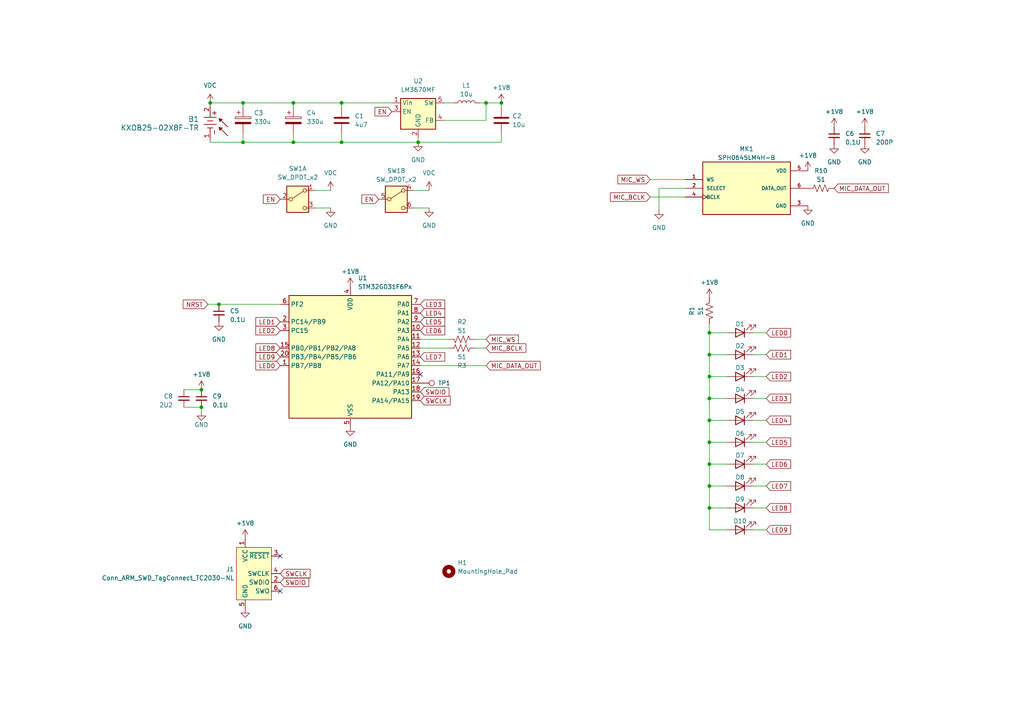
<source format=kicad_sch>
(kicad_sch (version 20230121) (generator eeschema)
  (paper "A4")
  (title_block (title "NoiseCard") (date "2024-06-01") (company "bitgloo") (comment 1 "Drawn by Clyne Sullivan") (comment 2 "Released under the CERN Open Hardware License Version 2 - Strongly Reciprocal"))
  (lib_symbols
    (symbol "Connector:Conn_ARM_SWD_TagConnect_TC2030-NL" (in_bom no)
      (property "Reference" "J" (at 2.54 11.43 0))
      (property "Value" "Conn_ARM_SWD_TagConnect_TC2030-NL" (at 2.54 8.89 0))
      (symbol "Conn_ARM_SWD_TagConnect_TC2030-NL_0_0"
        (pin power_in line (at -2.54 10.16 270) (length 2.54) (name "VCC") (number "1"))
        (pin bidirectional line (at 7.62 -2.54 180) (length 2.54) (name "SWDIO") (number "2"))
        (pin open_collector line (at 7.62 5.08 180) (length 2.54) (name "~{RESET}") (number "3"))
        (pin output line (at 7.62 0 180) (length 2.54) (name "SWCLK") (number "4"))
        (pin power_in line (at -2.54 -10.16 90) (length 2.54) (name "GND") (number "5"))
        (pin input line (at 7.62 -5.08 180) (length 2.54) (name "SWO") (number "6"))
      )
      (symbol "Conn_ARM_SWD_TagConnect_TC2030-NL_0_1"
        (rectangle (start -5.08 7.62) (end 5.08 -7.62) (fill (type background)))
      )
    )
    (symbol "Connector:TestPoint" (pin_numbers hide) (pin_names (offset 0.762) hide)
      (property "Reference" "TP" (at 0 6.858 0))
      (property "Value" "TestPoint" (at 0 5.08 0))
      (symbol "TestPoint_0_1"
        (circle (center 0 3.302) (radius 0.762))
      )
      (symbol "TestPoint_1_1"
        (pin passive line (at 0 0 90) (length 2.54) (name "1") (number "1"))
      )
    )
    (symbol "Device:C" (pin_numbers hide) (pin_names (offset 0.254))
      (property "Reference" "C" (at 0.635 2.54 0))
      (property "Value" "C" (at 0.635 -2.54 0))
      (symbol "C_0_1"
        (polyline (pts (xy -2.032 -0.762) (xy 2.032 -0.762)) (stroke (width 0.508)))
        (polyline (pts (xy -2.032 0.762) (xy 2.032 0.762)) (stroke (width 0.508)))
      )
      (symbol "C_1_1"
        (pin passive line (at 0 3.81 270) (length 2.794) (name "~") (number "1"))
        (pin passive line (at 0 -3.81 90) (length 2.794) (name "~") (number "2"))
      )
    )
    (symbol "Device:C_Polarized" (pin_numbers hide) (pin_names (offset 0.254))
      (property "Reference" "C" (at 0.635 2.54 0))
      (property "Value" "C_Polarized" (at 0.635 -2.54 0))
      (symbol "C_Polarized_0_1"
        (rectangle (start -2.286 0.508) (end 2.286 1.016))
        (polyline (pts (xy -1.778 2.286) (xy -0.762 2.286)))
        (polyline (pts (xy -1.27 2.794) (xy -1.27 1.778)))
        (rectangle (start 2.286 -0.508) (end -2.286 -1.016) (fill (type outline)))
      )
      (symbol "C_Polarized_1_1"
        (pin passive line (at 0 3.81 270) (length 2.794) (name "~") (number "1"))
        (pin passive line (at 0 -3.81 90) (length 2.794) (name "~") (number "2"))
      )
    )
    (symbol "Device:C_Small" (pin_numbers hide) (pin_names (offset 0.254) hide)
      (property "Reference" "C" (at 0.254 1.778 0))
      (property "Value" "C_Small" (at 0.254 -2.032 0))
      (symbol "C_Small_0_1"
        (polyline (pts (xy -1.524 -0.508) (xy 1.524 -0.508)) (stroke (width 0.3302)))
        (polyline (pts (xy -1.524 0.508) (xy 1.524 0.508)) (stroke (width 0.3048)))
      )
      (symbol "C_Small_1_1"
        (pin passive line (at 0 2.54 270) (length 2.032) (name "~") (number "1"))
        (pin passive line (at 0 -2.54 90) (length 2.032) (name "~") (number "2"))
      )
    )
    (symbol "Device:L" (pin_numbers hide) (pin_names (offset 1.016) hide)
      (property "Reference" "L" (at -1.27 0 90))
      (property "Value" "L" (at 1.905 0 90))
      (symbol "L_0_1"
        (arc (start 0 -2.54) (mid 0.6323 -1.905) (end 0 -1.27))
        (arc (start 0 -1.27) (mid 0.6323 -0.635) (end 0 0))
        (arc (start 0 0) (mid 0.6323 0.635) (end 0 1.27))
        (arc (start 0 1.27) (mid 0.6323 1.905) (end 0 2.54))
      )
      (symbol "L_1_1"
        (pin passive line (at 0 3.81 270) (length 1.27) (name "1") (number "1"))
        (pin passive line (at 0 -3.81 90) (length 1.27) (name "2") (number "2"))
      )
    )
    (symbol "Device:LED" (pin_numbers hide) (pin_names (offset 1.016) hide)
      (property "Reference" "D" (at 0 2.54 0))
      (property "Value" "LED" (at 0 -2.54 0))
      (symbol "LED_0_1"
        (polyline (pts (xy -1.27 -1.27) (xy -1.27 1.27)) (stroke (width 0.254)))
        (polyline (pts (xy -1.27 0) (xy 1.27 0)))
        (polyline (pts (xy 1.27 -1.27) (xy 1.27 1.27) (xy -1.27 0) (xy 1.27 -1.27)) (stroke (width 0.254)))
        (polyline (pts (xy -3.048 -0.762) (xy -4.572 -2.286) (xy -3.81 -2.286) (xy -4.572 -2.286) (xy -4.572 -1.524)))
        (polyline (pts (xy -1.778 -0.762) (xy -3.302 -2.286) (xy -2.54 -2.286) (xy -3.302 -2.286) (xy -3.302 -1.524)))
      )
      (symbol "LED_1_1"
        (pin passive line (at -3.81 0 0) (length 2.54) (name "K") (number "1"))
        (pin passive line (at 3.81 0 180) (length 2.54) (name "A") (number "2"))
      )
    )
    (symbol "Device:R_US" (pin_numbers hide) (pin_names (offset 0))
      (property "Reference" "R" (at 2.54 0 90))
      (property "Value" "R_US" (at -2.54 0 90))
      (symbol "R_US_0_1"
        (polyline (pts (xy 0 -2.286) (xy 0 -2.54)))
        (polyline (pts (xy 0 2.286) (xy 0 2.54)))
        (polyline (pts (xy 0 -0.762) (xy 1.016 -1.143) (xy 0 -1.524) (xy -1.016 -1.905) (xy 0 -2.286)))
        (polyline (pts (xy 0 0.762) (xy 1.016 0.381) (xy 0 0) (xy -1.016 -0.381) (xy 0 -0.762)))
        (polyline (pts (xy 0 2.286) (xy 1.016 1.905) (xy 0 1.524) (xy -1.016 1.143) (xy 0 0.762)))
      )
      (symbol "R_US_1_1"
        (pin passive line (at 0 3.81 270) (length 1.27) (name "~") (number "1"))
        (pin passive line (at 0 -3.81 90) (length 1.27) (name "~") (number "2"))
      )
    )
    (symbol "MCU_ST_STM32G0:STM32G031F6Px"
      (property "Reference" "U" (at -17.78 19.05 0))
      (property "Value" "STM32G031F6Px" (at 2.54 19.05 0))
      (symbol "STM32G031F6Px_0_1"
        (rectangle (start -17.78 -17.78) (end 17.78 17.78) (stroke (width 0.254)) (fill (type background)))
      )
      (symbol "STM32G031F6Px_1_1"
        (pin bidirectional line (at -20.32 -2.54 0) (length 2.54) (name "PB7/PB8") (number "1"))
        (pin bidirectional line (at 20.32 7.62 180) (length 2.54) (name "PA3") (number "10"))
        (pin bidirectional line (at 20.32 5.08 180) (length 2.54) (name "PA4") (number "11"))
        (pin bidirectional line (at 20.32 2.54 180) (length 2.54) (name "PA5") (number "12"))
        (pin bidirectional line (at 20.32 0 180) (length 2.54) (name "PA6") (number "13"))
        (pin bidirectional line (at 20.32 -2.54 180) (length 2.54) (name "PA7") (number "14"))
        (pin bidirectional line (at -20.32 2.54 0) (length 2.54) (name "PB0/PB1/PB2/PA8") (number "15"))
        (pin bidirectional line (at 20.32 -5.08 180) (length 2.54) (name "PA11/PA9") (number "16"))
        (pin bidirectional line (at 20.32 -7.62 180) (length 2.54) (name "PA12/PA10") (number "17"))
        (pin bidirectional line (at 20.32 -10.16 180) (length 2.54) (name "PA13") (number "18"))
        (pin bidirectional line (at 20.32 -12.7 180) (length 2.54) (name "PA14/PA15") (number "19"))
        (pin bidirectional line (at -20.32 10.16 0) (length 2.54) (name "PC14/PB9") (number "2"))
        (pin bidirectional line (at -20.32 0 0) (length 2.54) (name "PB3/PB4/PB5/PB6") (number "20"))
        (pin bidirectional line (at -20.32 7.62 0) (length 2.54) (name "PC15") (number "3"))
        (pin power_in line (at 0 20.32 270) (length 2.54) (name "VDD") (number "4"))
        (pin power_in line (at 0 -20.32 90) (length 2.54) (name "VSS") (number "5"))
        (pin bidirectional line (at -20.32 15.24 0) (length 2.54) (name "PF2") (number "6"))
        (pin bidirectional line (at 20.32 15.24 180) (length 2.54) (name "PA0") (number "7"))
        (pin bidirectional line (at 20.32 12.7 180) (length 2.54) (name "PA1") (number "8"))
        (pin bidirectional line (at 20.32 10.16 180) (length 2.54) (name "PA2") (number "9"))
      )
    )
    (symbol "Mechanical:MountingHole" (pin_names (offset 1.016))
      (property "Reference" "H" (at 0 5.08 0))
      (property "Value" "MountingHole" (at 0 3.175 0))
      (symbol "MountingHole_0_1"
        (circle (center 0 0) (radius 1.27) (stroke (width 1.27)))
      )
    )
    (symbol "Regulator_Switching:LM3670MF"
      (property "Reference" "U" (at -5.08 5.08 0))
      (property "Value" "LM3670MF" (at 0 5.08 0))
      (symbol "LM3670MF_0_1"
        (rectangle (start -5.08 3.81) (end 5.08 -5.08) (stroke (width 0.254)) (fill (type background)))
      )
      (symbol "LM3670MF_1_1"
        (pin power_in line (at -7.62 2.54 0) (length 2.54) (name "Vin") (number "1"))
        (pin power_in line (at 0 -7.62 90) (length 2.54) (name "GND") (number "2"))
        (pin input line (at -7.62 0 0) (length 2.54) (name "EN") (number "3"))
        (pin input line (at 7.62 -2.54 180) (length 2.54) (name "FB") (number "4"))
        (pin input line (at 7.62 2.54 180) (length 2.54) (name "SW") (number "5"))
      )
    )
    (symbol "Switch:SW_DPDT_x2" (pin_names (offset 0) hide)
      (property "Reference" "SW" (at 0 5.08 0))
      (property "Value" "SW_DPDT_x2" (at 0 -5.08 0))
      (symbol "SW_DPDT_x2_0_0"
        (circle (center -2.032 0) (radius 0.508))
        (circle (center 2.032 -2.54) (radius 0.508))
      )
      (symbol "SW_DPDT_x2_0_1"
        (rectangle (start -3.175 3.81) (end 3.175 -3.81) (stroke (width 0.254)) (fill (type background)))
        (polyline (pts (xy -1.524 0.254) (xy 1.5748 2.286)))
        (circle (center 2.032 2.54) (radius 0.508))
      )
      (symbol "SW_DPDT_x2_1_1"
        (pin passive line (at 5.08 2.54 180) (length 2.54) (name "A") (number "1"))
        (pin passive line (at -5.08 0 0) (length 2.54) (name "B") (number "2"))
        (pin passive line (at 5.08 -2.54 180) (length 2.54) (name "C") (number "3"))
      )
      (symbol "SW_DPDT_x2_2_1"
        (pin passive line (at 5.08 2.54 180) (length 2.54) (name "A") (number "4"))
        (pin passive line (at -5.08 0 0) (length 2.54) (name "B") (number "5"))
        (pin passive line (at 5.08 -2.54 180) (length 2.54) (name "C") (number "6"))
      )
    )
    (symbol "noisemeter:KXOB25-02X8F-TR" (pin_names (offset 0.254))
      (property "Reference" "B" (at 4.826 8.89 0))
      (property "Value" "KXOB25-02X8F-TR" (at 5.08 -3.81 0))
      (symbol "KXOB25-02X8F-TR_0_1"
        (polyline (pts (xy 1.778 1.27) (xy 2.794 1.27)) (stroke (width 0.2032)))
        (polyline (pts (xy 2.286 0.762) (xy 2.286 1.778)) (stroke (width 0.2032)))
        (polyline (pts (xy 2.54 0) (xy 3.4798 0)) (stroke (width 0.2032)))
        (polyline (pts (xy 3.556 -1.778) (xy 3.556 1.778)) (stroke (width 0.2032)))
        (polyline (pts (xy 4.318 3.048) (xy 6.35 5.08)) (stroke (width 0.2032)))
        (polyline (pts (xy 4.572 0.762) (xy 4.572 -0.762)) (stroke (width 0.2032)))
        (polyline (pts (xy 5.588 -1.778) (xy 5.588 1.778)) (stroke (width 0.2032)))
        (polyline (pts (xy 6.604 0) (xy 7.62 0)) (stroke (width 0.2032)))
        (polyline (pts (xy 6.604 0.762) (xy 6.604 -0.762)) (stroke (width 0.2032)))
        (polyline (pts (xy 6.858 3.048) (xy 8.89 5.08)) (stroke (width 0.2032)))
        (polyline (pts (xy 7.366 1.27) (xy 8.382 1.27)) (stroke (width 0.2032)))
        (polyline (pts (xy 3.81 2.54) (xy 4.826 2.794) (xy 4.064 3.556)) (fill (type outline)))
        (polyline (pts (xy 6.35 2.54) (xy 7.366 2.794) (xy 6.604 3.556)) (fill (type outline)))
        (pin unspecified line (at 10.16 0 180) (length 2.54) (name "") (number "1"))
        (pin unspecified line (at 0 0 0) (length 2.54) (name "") (number "2"))
      )
    )
    (symbol "noisemeter:SPH0645LM4H-B" (pin_names (offset 1.016))
      (property "Reference" "MK" (at -12.7399 8.1466 0))
      (property "Value" "SPH0645LM4H-B" (at -12.7473 -10.1926 0))
      (symbol "SPH0645LM4H-B_0_0"
        (rectangle (start -12.7 -7.62) (end 12.7 7.62) (stroke (width 0.254)) (fill (type background)))
        (pin input line (at -17.78 2.54 0) (length 5.08) (name "WS") (number "1"))
        (pin input line (at -17.78 0 0) (length 5.08) (name "SELECT") (number "2"))
        (pin power_in line (at 17.78 -5.08 180) (length 5.08) (name "GND") (number "3"))
        (pin input clock (at -17.78 -2.54 0) (length 5.08) (name "BCLK") (number "4"))
        (pin power_in line (at 17.78 5.08 180) (length 5.08) (name "VDD") (number "5"))
        (pin output line (at 17.78 0 180) (length 5.08) (name "DATA_OUT") (number "6"))
      )
    )
    (symbol "power:+1V8" (power) (pin_names (offset 0))
      (property "Value" "+1V8" (at 0 3.556 0))
      (symbol "+1V8_0_1"
        (polyline (pts (xy -0.762 1.27) (xy 0 2.54)))
        (polyline (pts (xy 0 0) (xy 0 2.54)))
        (polyline (pts (xy 0 2.54) (xy 0.762 1.27)))
      )
      (symbol "+1V8_1_1"
        (pin power_in line (at 0 0 90) (length 0) hide (name "+1V8") (number "1"))
      )
    )
    (symbol "power:GND" (power) (pin_names (offset 0))
      (property "Value" "GND" (at 0 -3.81 0))
      (symbol "GND_0_1"
        (polyline (pts (xy 0 0) (xy 0 -1.27) (xy 1.27 -1.27) (xy 0 -2.54) (xy -1.27 -1.27) (xy 0 -1.27)))
      )
      (symbol "GND_1_1"
        (pin power_in line (at 0 0 270) (length 0) hide (name "GND") (number "1"))
      )
    )
    (symbol "power:VDC" (power) (pin_names (offset 0))
      (property "Value" "VDC" (at 0 6.35 0))
      (symbol "VDC_0_1"
        (polyline (pts (xy -0.762 1.27) (xy 0 2.54)))
        (polyline (pts (xy 0 0) (xy 0 2.54)))
        (polyline (pts (xy 0 2.54) (xy 0.762 1.27)))
      )
      (symbol "VDC_1_1"
        (pin power_in line (at 0 0 90) (length 0) hide (name "VDC") (number "1"))
      )
    )
  )
  (junction (at 205.74 147.32))
  (junction (at 63.5 88.265))
  (junction (at 140.97 29.845))
  (junction (at 85.09 29.845))
  (junction (at 70.485 41.275))
  (junction (at 99.06 41.275))
  (junction (at 58.42 113.03))
  (junction (at 205.74 102.87))
  (junction (at 58.42 118.11))
  (junction (at 205.74 115.57))
  (junction (at 145.415 29.845))
  (junction (at 85.09 41.275))
  (junction (at 205.74 121.92))
  (junction (at 60.96 29.845))
  (junction (at 205.74 109.22))
  (junction (at 205.74 128.27))
  (junction (at 70.485 29.845))
  (junction (at 121.285 41.275))
  (junction (at 99.06 29.845))
  (junction (at 205.74 134.62))
  (junction (at 205.74 140.97))
  (junction (at 205.74 96.52))
  (no_connect (at 121.92 108.585))
  (no_connect (at 81.28 161.29))
  (no_connect (at 81.28 171.45))
  (wire (pts (xy 121.92 106.045) (xy 140.97 106.045)))
  (wire (pts (xy 205.74 128.27) (xy 205.74 134.62)))
  (wire (pts (xy 191.135 54.61) (xy 198.755 54.61)))
  (wire (pts (xy 95.885 60.325) (xy 91.44 60.325)))
  (wire (pts (xy 99.06 38.735) (xy 99.06 41.275)))
  (wire (pts (xy 70.485 31.115) (xy 70.485 29.845)))
  (wire (pts (xy 205.74 121.92) (xy 205.74 128.27)))
  (wire (pts (xy 85.09 38.735) (xy 85.09 41.275)))
  (wire (pts (xy 222.25 115.57) (xy 218.44 115.57)))
  (wire (pts (xy 124.46 60.325) (xy 120.015 60.325)))
  (wire (pts (xy 128.905 34.925) (xy 140.97 34.925)))
  (wire (pts (xy 53.34 113.03) (xy 58.42 113.03)))
  (wire (pts (xy 205.74 109.22) (xy 205.74 115.57)))
  (wire (pts (xy 128.905 29.845) (xy 131.445 29.845)))
  (wire (pts (xy 222.25 134.62) (xy 218.44 134.62)))
  (wire (pts (xy 95.885 55.245) (xy 91.44 55.245)))
  (wire (pts (xy 205.74 102.87) (xy 205.74 109.22)))
  (wire (pts (xy 60.96 41.275) (xy 70.485 41.275)))
  (wire (pts (xy 205.74 115.57) (xy 210.82 115.57)))
  (wire (pts (xy 124.46 55.245) (xy 120.015 55.245)))
  (wire (pts (xy 188.595 57.15) (xy 198.755 57.15)))
  (wire (pts (xy 205.74 109.22) (xy 210.82 109.22)))
  (wire (pts (xy 222.25 102.87) (xy 218.44 102.87)))
  (wire (pts (xy 121.92 100.965) (xy 130.175 100.965)))
  (wire (pts (xy 60.96 40.64) (xy 60.96 41.275)))
  (wire (pts (xy 85.09 41.275) (xy 99.06 41.275)))
  (wire (pts (xy 222.25 147.32) (xy 218.44 147.32)))
  (wire (pts (xy 188.595 52.07) (xy 198.755 52.07)))
  (wire (pts (xy 191.135 54.61) (xy 191.135 60.96)))
  (wire (pts (xy 222.25 128.27) (xy 218.44 128.27)))
  (wire (pts (xy 222.25 109.22) (xy 218.44 109.22)))
  (wire (pts (xy 60.325 88.265) (xy 63.5 88.265)))
  (wire (pts (xy 222.25 153.67) (xy 218.44 153.67)))
  (wire (pts (xy 137.795 100.965) (xy 140.97 100.965)))
  (wire (pts (xy 99.06 29.845) (xy 113.665 29.845)))
  (wire (pts (xy 205.74 134.62) (xy 205.74 140.97)))
  (wire (pts (xy 145.415 29.845) (xy 145.415 31.115)))
  (wire (pts (xy 137.795 98.425) (xy 140.97 98.425)))
  (wire (pts (xy 205.74 93.98) (xy 205.74 96.52)))
  (wire (pts (xy 205.74 128.27) (xy 210.82 128.27)))
  (wire (pts (xy 53.34 118.11) (xy 58.42 118.11)))
  (wire (pts (xy 205.74 134.62) (xy 210.82 134.62)))
  (wire (pts (xy 205.74 115.57) (xy 205.74 121.92)))
  (wire (pts (xy 205.74 140.97) (xy 210.82 140.97)))
  (wire (pts (xy 121.92 98.425) (xy 130.175 98.425)))
  (wire (pts (xy 205.74 102.87) (xy 210.82 102.87)))
  (wire (pts (xy 70.485 29.845) (xy 85.09 29.845)))
  (wire (pts (xy 60.96 29.845) (xy 70.485 29.845)))
  (wire (pts (xy 205.74 147.32) (xy 205.74 153.67)))
  (wire (pts (xy 205.74 121.92) (xy 210.82 121.92)))
  (wire (pts (xy 139.065 29.845) (xy 140.97 29.845)))
  (wire (pts (xy 205.74 96.52) (xy 210.82 96.52)))
  (wire (pts (xy 60.96 30.48) (xy 60.96 29.845)))
  (wire (pts (xy 70.485 38.735) (xy 70.485 41.275)))
  (wire (pts (xy 121.285 41.275) (xy 145.415 41.275)))
  (wire (pts (xy 85.09 29.845) (xy 99.06 29.845)))
  (wire (pts (xy 205.74 147.32) (xy 210.82 147.32)))
  (wire (pts (xy 70.485 41.275) (xy 85.09 41.275)))
  (wire (pts (xy 222.25 140.97) (xy 218.44 140.97)))
  (wire (pts (xy 58.42 119.38) (xy 58.42 118.11)))
  (wire (pts (xy 205.74 140.97) (xy 205.74 147.32)))
  (wire (pts (xy 222.25 96.52) (xy 218.44 96.52)))
  (wire (pts (xy 205.74 96.52) (xy 205.74 102.87)))
  (wire (pts (xy 140.97 34.925) (xy 140.97 29.845)))
  (wire (pts (xy 140.97 29.845) (xy 145.415 29.845)))
  (wire (pts (xy 222.25 121.92) (xy 218.44 121.92)))
  (wire (pts (xy 99.06 41.275) (xy 121.285 41.275)))
  (wire (pts (xy 145.415 41.275) (xy 145.415 38.735)))
  (wire (pts (xy 63.5 88.265) (xy 81.28 88.265)))
  (wire (pts (xy 85.09 31.115) (xy 85.09 29.845)))
  (wire (pts (xy 205.74 153.67) (xy 210.82 153.67)))
  (wire (pts (xy 121.285 40.005) (xy 121.285 41.275)))
  (wire (pts (xy 99.06 31.115) (xy 99.06 29.845)))
  (global_label "LED0" (shape input) (at 81.28 106.045 180) (property "Intersheetrefs" "${INTERSHEET_REFS}" (effects hide)))
  (global_label "LED0" (shape input) (at 222.25 96.52 0) (property "Intersheetrefs" "${INTERSHEET_REFS}" (effects hide)))
  (global_label "EN" (shape input) (at 81.28 57.785 180) (property "Intersheetrefs" "${INTERSHEET_REFS}" (effects hide)))
  (global_label "LED7" (shape input) (at 222.25 140.97 0) (property "Intersheetrefs" "${INTERSHEET_REFS}" (effects hide)))
  (global_label "MIC_WS" (shape input) (at 188.595 52.07 180) (property "Intersheetrefs" "${INTERSHEET_REFS}" (effects hide)))
  (global_label "LED6" (shape input) (at 222.25 134.62 0) (property "Intersheetrefs" "${INTERSHEET_REFS}" (effects hide)))
  (global_label "LED3" (shape input) (at 222.25 115.57 0) (property "Intersheetrefs" "${INTERSHEET_REFS}" (effects hide)))
  (global_label "LED3" (shape input) (at 121.92 88.265 0) (property "Intersheetrefs" "${INTERSHEET_REFS}" (effects hide)))
  (global_label "LED1" (shape input) (at 81.28 93.345 180) (property "Intersheetrefs" "${INTERSHEET_REFS}" (effects hide)))
  (global_label "LED2" (shape input) (at 222.25 109.22 0) (property "Intersheetrefs" "${INTERSHEET_REFS}" (effects hide)))
  (global_label "LED4" (shape input) (at 222.25 121.92 0) (property "Intersheetrefs" "${INTERSHEET_REFS}" (effects hide)))
  (global_label "LED9" (shape input) (at 81.28 103.505 180) (property "Intersheetrefs" "${INTERSHEET_REFS}" (effects hide)))
  (global_label "MIC_DATA_OUT" (shape input) (at 140.97 106.045 0) (property "Intersheetrefs" "${INTERSHEET_REFS}" (effects hide)))
  (global_label "EN" (shape input) (at 113.665 32.385 180) (property "Intersheetrefs" "${INTERSHEET_REFS}" (effects hide)))
  (global_label "NRST" (shape input) (at 60.325 88.265 180) (property "Intersheetrefs" "${INTERSHEET_REFS}" (effects hide)))
  (global_label "LED7" (shape input) (at 121.92 103.505 0) (property "Intersheetrefs" "${INTERSHEET_REFS}" (effects hide)))
  (global_label "MIC_WS" (shape input) (at 140.97 98.425 0) (property "Intersheetrefs" "${INTERSHEET_REFS}" (effects hide)))
  (global_label "MIC_BCLK" (shape input) (at 188.595 57.15 180) (property "Intersheetrefs" "${INTERSHEET_REFS}" (effects hide)))
  (global_label "MIC_DATA_OUT" (shape input) (at 241.935 54.61 0) (property "Intersheetrefs" "${INTERSHEET_REFS}" (effects hide)))
  (global_label "SWDIO" (shape input) (at 81.28 168.91 0) (property "Intersheetrefs" "${INTERSHEET_REFS}" (effects hide)))
  (global_label "LED2" (shape input) (at 81.28 95.885 180) (property "Intersheetrefs" "${INTERSHEET_REFS}" (effects hide)))
  (global_label "LED4" (shape input) (at 121.92 90.805 0) (property "Intersheetrefs" "${INTERSHEET_REFS}" (effects hide)))
  (global_label "MIC_BCLK" (shape input) (at 140.97 100.965 0) (property "Intersheetrefs" "${INTERSHEET_REFS}" (effects hide)))
  (global_label "LED5" (shape input) (at 222.25 128.27 0) (property "Intersheetrefs" "${INTERSHEET_REFS}" (effects hide)))
  (global_label "LED8" (shape input) (at 222.25 147.32 0) (property "Intersheetrefs" "${INTERSHEET_REFS}" (effects hide)))
  (global_label "SWDIO" (shape input) (at 121.92 113.665 0) (property "Intersheetrefs" "${INTERSHEET_REFS}" (effects hide)))
  (global_label "LED8" (shape input) (at 81.28 100.965 180) (property "Intersheetrefs" "${INTERSHEET_REFS}" (effects hide)))
  (global_label "LED6" (shape input) (at 121.92 95.885 0) (property "Intersheetrefs" "${INTERSHEET_REFS}" (effects hide)))
  (global_label "SWCLK" (shape input) (at 121.92 116.205 0) (property "Intersheetrefs" "${INTERSHEET_REFS}" (effects hide)))
  (global_label "LED1" (shape input) (at 222.25 102.87 0) (property "Intersheetrefs" "${INTERSHEET_REFS}" (effects hide)))
  (global_label "LED5" (shape input) (at 121.92 93.345 0) (property "Intersheetrefs" "${INTERSHEET_REFS}" (effects hide)))
  (global_label "LED9" (shape input) (at 222.25 153.67 0) (property "Intersheetrefs" "${INTERSHEET_REFS}" (effects hide)))
  (global_label "SWCLK" (shape input) (at 81.28 166.37 0) (property "Intersheetrefs" "${INTERSHEET_REFS}" (effects hide)))
  (global_label "EN" (shape input) (at 109.855 57.785 180) (property "Intersheetrefs" "${INTERSHEET_REFS}" (effects hide)))
  (symbol (lib_id "power:GND") (at 241.935 41.91 0) (unit 1)
    (property "Reference" "#PWR022" (effects hide))
    (property "Value" "GND" (at 241.935 46.99 0))
  )
  (symbol (lib_id "power:+1V8") (at 145.415 29.845 0) (unit 1)
    (property "Reference" "#PWR02" (effects hide))
    (property "Value" "+1V8" (at 145.415 25.4 0))
  )
  (symbol (lib_id "Device:C_Polarized") (at 70.485 34.925 0) (unit 1)
    (property "Reference" "C3" (at 73.66 32.766 0) (effects (justify left)))
    (property "Value" "330u" (at 73.66 35.306 0) (effects (justify left)))
    (property "Footprint" "Capacitor_Tantalum_SMD:CP_EIA-7343-15_Kemet-W" (effects hide))
    (property "Part Number" "6TPE330MAP" (effects hide))
  )
  (symbol (lib_id "Device:LED") (at 214.63 134.62 180) (unit 1)
    (property "Reference" "D7" (at 214.63 132.08 0))
    (property "Value" "LED" (effects hide))
    (property "Footprint" "LED_SMD:LED_0603_1608Metric" (effects hide))
    (property "Part Number" "APTD1608LSURCK" (effects hide))
  )
  (symbol (lib_id "power:GND") (at 234.315 59.69 0) (unit 1)
    (property "Reference" "#PWR020" (effects hide))
    (property "Value" "GND" (at 234.315 64.77 0))
  )
  (symbol (lib_id "Device:LED") (at 214.63 102.87 180) (unit 1)
    (property "Reference" "D2" (at 214.63 100.33 0))
    (property "Value" "LED" (effects hide))
    (property "Footprint" "LED_SMD:LED_0603_1608Metric" (effects hide))
    (property "Part Number" "APTD1608LSURCK" (effects hide))
  )
  (symbol (lib_id "Device:LED") (at 214.63 115.57 180) (unit 1)
    (property "Reference" "D4" (at 214.63 113.03 0))
    (property "Value" "LED" (effects hide))
    (property "Footprint" "LED_SMD:LED_0603_1608Metric" (effects hide))
    (property "Part Number" "APTD1608LSURCK" (effects hide))
  )
  (symbol (lib_id "Device:LED") (at 214.63 96.52 180) (unit 1)
    (property "Reference" "D1" (at 214.63 93.98 0))
    (property "Value" "LED" (effects hide))
    (property "Footprint" "LED_SMD:LED_0603_1608Metric" (effects hide))
    (property "Part Number" "APTD1608LSURCK" (effects hide))
  )
  (symbol (lib_id "Connector:TestPoint") (at 121.92 111.125 270) (unit 1)
    (property "Reference" "TP1" (at 127 111.125 90) (effects (justify left)))
    (property "Value" "TestPoint" (effects hide))
    (property "Footprint" "TestPoint:TestPoint_Pad_D1.0mm" (effects hide))
  )
  (symbol (lib_id "Switch:SW_DPDT_x2") (at 114.935 57.785 0) (unit 2)
    (property "Reference" "SW1" (at 114.935 49.53 0))
    (property "Value" "SW_DPDT_x2" (at 114.935 52.07 0))
    (property "Footprint" "Button_Switch_SMD:SW_DPDT_CK_JS202011JCQN" (effects hide))
    (property "Part Number" "JS202011JCQN" (effects hide))
  )
  (symbol (lib_id "Device:C_Small") (at 53.34 115.57 0) (unit 1)
    (property "Reference" "C8" (at 50.165 114.9413 0) (effects (justify right)))
    (property "Value" "2U2" (at 50.165 117.4813 0) (effects (justify right)))
    (property "Footprint" "Capacitor_SMD:C_0805_2012Metric" (effects hide))
    (property "Part Number" "CL21A225KBFNNNE" (effects hide))
  )
  (symbol (lib_id "power:GND") (at 124.46 60.325 0) (unit 1)
    (property "Reference" "#PWR011" (effects hide))
    (property "Value" "GND" (at 124.46 65.405 0))
  )
  (symbol (lib_id "power:+1V8") (at 234.315 49.53 0) (unit 1)
    (property "Reference" "#PWR032" (effects hide))
    (property "Value" "+1V8" (at 234.315 45.085 0))
  )
  (symbol (lib_id "Device:C_Small") (at 58.42 115.57 0) (mirror y) (unit 1)
    (property "Reference" "C9" (at 61.595 114.9413 0) (effects (justify right)))
    (property "Value" "0.1U" (at 61.595 117.4813 0) (effects (justify right)))
    (property "Footprint" "Capacitor_SMD:C_0603_1608Metric" (effects hide))
    (property "Part Number" "CC0603KRX7R6BB104" (effects hide))
  )
  (symbol (lib_id "Device:C") (at 99.06 34.925 0) (unit 1)
    (property "Reference" "C1" (at 102.87 33.655 0) (effects (justify left)))
    (property "Value" "4u7" (at 102.87 36.195 0) (effects (justify left)))
    (property "Footprint" "Capacitor_SMD:C_0805_2012Metric" (effects hide))
    (property "Part Number" "CL21A475KAQNNNE" (effects hide))
  )
  (symbol (lib_id "Device:LED") (at 214.63 121.92 180) (unit 1)
    (property "Reference" "D5" (at 214.63 119.38 0))
    (property "Value" "LED" (effects hide))
    (property "Footprint" "LED_SMD:LED_0603_1608Metric" (effects hide))
    (property "Part Number" "APTD1608LSURCK" (effects hide))
  )
  (symbol (lib_id "Device:R_US") (at 205.74 90.17 0) (mirror y) (unit 1)
    (property "Reference" "R1" (at 200.66 90.17 90))
    (property "Value" "51" (at 203.2 90.17 90))
    (property "Footprint" "Resistor_SMD:R_0603_1608Metric" (effects hide))
    (property "Part Number" "RC0603JR-0751RL" (effects hide))
  )
  (symbol (lib_id "MCU_ST_STM32G0:STM32G031F6Px") (at 101.6 103.505 0) (unit 1)
    (property "Reference" "U1" (at 103.7941 80.645 0) (effects (justify left)))
    (property "Value" "STM32G031F6Px" (at 103.7941 83.185 0) (effects (justify left)))
    (property "Footprint" "Package_SO:TSSOP-20_4.4x6.5mm_P0.65mm" (effects hide))
    (property "Datasheet" "https://www.st.com/resource/en/datasheet/stm32g031f6.pdf" (effects hide))
    (property "Part Number" "STM32G031F6P6" (effects hide))
  )
  (symbol (lib_id "Device:C") (at 145.415 34.925 0) (unit 1)
    (property "Reference" "C2" (at 148.59 33.655 0) (effects (justify left)))
    (property "Value" "10u" (at 148.59 36.195 0) (effects (justify left)))
    (property "Footprint" "Capacitor_SMD:C_0805_2012Metric" (effects hide))
    (property "Part Number" "CL21A106KOQNNNE" (effects hide))
  )
  (symbol (lib_id "Device:LED") (at 214.63 128.27 180) (unit 1)
    (property "Reference" "D6" (at 214.63 125.73 0))
    (property "Value" "LED" (effects hide))
    (property "Footprint" "LED_SMD:LED_0603_1608Metric" (effects hide))
    (property "Part Number" "APTD1608LSURCK" (effects hide))
  )
  (symbol (lib_id "power:VDC") (at 124.46 55.245 0) (unit 1)
    (property "Reference" "#PWR010" (effects hide))
    (property "Value" "VDC" (at 124.46 50.165 0))
  )
  (symbol (lib_id "Switch:SW_DPDT_x2") (at 86.36 57.785 0) (unit 1)
    (property "Reference" "SW1" (at 86.36 48.895 0))
    (property "Value" "SW_DPDT_x2" (at 86.36 51.435 0))
    (property "Footprint" "Button_Switch_SMD:SW_DPDT_CK_JS202011JCQN" (effects hide))
    (property "Part Number" "JS202011JCQN" (effects hide))
  )
  (symbol (lib_id "Device:R_US") (at 133.985 98.425 270) (mirror x) (unit 1)
    (property "Reference" "R2" (at 133.985 93.345 90))
    (property "Value" "51" (at 133.985 95.885 90))
    (property "Footprint" "Resistor_SMD:R_0603_1608Metric" (effects hide))
    (property "Part Number" "RC0603JR-0751RL" (effects hide))
  )
  (symbol (lib_id "power:GND") (at 191.135 60.96 0) (unit 1)
    (property "Reference" "#PWR016" (effects hide))
    (property "Value" "GND" (at 191.135 66.04 0))
  )
  (symbol (lib_id "power:VDC") (at 60.96 29.845 0) (unit 1)
    (property "Reference" "#PWR05" (effects hide))
    (property "Value" "VDC" (at 60.96 24.765 0))
  )
  (symbol (lib_id "power:GND") (at 58.42 119.38 0) (unit 1)
    (property "Reference" "#PWR027" (effects hide))
    (property "Value" "GND" (at 58.42 123.19 0))
  )
  (symbol (lib_id "power:+1V8") (at 71.12 156.21 0) (unit 1)
    (property "Reference" "#PWR01" (effects hide))
    (property "Value" "+1V8" (at 71.12 151.765 0))
  )
  (symbol (lib_id "Regulator_Switching:LM3670MF") (at 121.285 32.385 0) (unit 1)
    (property "Reference" "U2" (at 121.285 23.495 0))
    (property "Value" "LM3670MF" (at 121.285 26.035 0))
    (property "Footprint" "Package_TO_SOT_SMD:TSOT-23-5" (effects hide))
    (property "Datasheet" "http://www.ti.com/lit/ds/symlink/lm3670.pdf" (effects hide))
    (property "Part Number" "LM3670MF-1.8/NOPB" (effects hide))
  )
  (symbol (lib_id "power:+1V8") (at 205.74 86.36 0) (unit 1)
    (property "Reference" "#PWR06" (effects hide))
    (property "Value" "+1V8" (at 205.74 81.915 0))
  )
  (symbol (lib_id "power:GND") (at 101.6 123.825 0) (unit 1)
    (property "Reference" "#PWR03" (effects hide))
    (property "Value" "GND" (at 101.6 128.905 0))
  )
  (symbol (lib_id "power:GND") (at 95.885 60.325 0) (unit 1)
    (property "Reference" "#PWR09" (effects hide))
    (property "Value" "GND" (at 95.885 65.405 0))
  )
  (symbol (lib_id "Device:R_US") (at 133.985 100.965 270) (unit 1)
    (property "Reference" "R3" (at 133.985 106.045 90))
    (property "Value" "51" (at 133.985 103.505 90))
    (property "Footprint" "Resistor_SMD:R_0603_1608Metric" (effects hide))
    (property "Part Number" "RC0603JR-0751RL" (effects hide))
  )
  (symbol (lib_id "Connector:Conn_ARM_SWD_TagConnect_TC2030-NL") (at 73.66 166.37 0) (unit 1) (in_bom no)
    (property "Reference" "J1" (at 67.945 165.1 0) (effects (justify right)))
    (property "Value" "Conn_ARM_SWD_TagConnect_TC2030-NL" (at 67.945 167.64 0) (effects (justify right)))
    (property "Footprint" "Connector:Tag-Connect_TC2030-IDC-NL_2x03_P1.27mm_Vertical" (effects hide))
    (property "Datasheet" "https://www.tag-connect.com/wp-content/uploads/bsk-pdf-manager/TC2030-CTX_1.pdf" (effects hide))
  )
  (symbol (lib_id "power:VDC") (at 95.885 55.245 0) (unit 1)
    (property "Reference" "#PWR08" (effects hide))
    (property "Value" "VDC" (at 95.885 50.165 0))
  )
  (symbol (lib_id "power:+1V8") (at 101.6 83.185 0) (unit 1)
    (property "Reference" "#PWR031" (effects hide))
    (property "Value" "+1V8" (at 101.6 78.74 0))
  )
  (symbol (lib_id "Device:LED") (at 214.63 147.32 180) (unit 1)
    (property "Reference" "D9" (at 214.63 144.78 0))
    (property "Value" "LED" (effects hide))
    (property "Footprint" "LED_SMD:LED_0603_1608Metric" (effects hide))
    (property "Part Number" "APTD1608LSURCK" (effects hide))
  )
  (symbol (lib_id "Device:C_Polarized") (at 85.09 34.925 0) (unit 1)
    (property "Reference" "C4" (at 88.9 32.766 0) (effects (justify left)))
    (property "Value" "330u" (at 88.9 35.306 0) (effects (justify left)))
    (property "Footprint" "Capacitor_Tantalum_SMD:CP_EIA-7343-15_Kemet-W" (effects hide))
    (property "Part Number" "6TPE330MAP" (effects hide))
  )
  (symbol (lib_id "power:GND") (at 121.285 41.275 0) (unit 1)
    (property "Reference" "#PWR04" (effects hide))
    (property "Value" "GND" (at 121.285 46.355 0))
  )
  (symbol (lib_id "power:+1V8") (at 58.42 113.03 0) (unit 1)
    (property "Reference" "#PWR035" (effects hide))
    (property "Value" "+1V8" (at 58.42 108.585 0))
  )
  (symbol (lib_id "Device:L") (at 135.255 29.845 90) (unit 1)
    (property "Reference" "L1" (at 135.255 24.765 90))
    (property "Value" "10u" (at 135.255 27.305 90))
    (property "Footprint" "Inductor_SMD:L_0805_2012Metric" (effects hide))
    (property "Part Number" "MLZ2012N100LT000" (effects hide))
  )
  (symbol (lib_id "Device:LED") (at 214.63 153.67 180) (unit 1)
    (property "Reference" "D10" (at 214.63 151.13 0))
    (property "Value" "LED" (effects hide))
    (property "Footprint" "LED_SMD:LED_0603_1608Metric" (effects hide))
    (property "Part Number" "APTD1608LSURCK" (effects hide))
  )
  (symbol (lib_id "Device:C_Small") (at 241.935 39.37 0) (mirror y) (unit 1)
    (property "Reference" "C6" (at 245.11 38.7413 0) (effects (justify right)))
    (property "Value" "0.1U" (at 245.11 41.2813 0) (effects (justify right)))
    (property "Footprint" "Capacitor_SMD:C_0603_1608Metric" (effects hide))
    (property "Part Number" "CC0603KRX7R6BB104" (effects hide))
  )
  (symbol (lib_id "power:+1V8") (at 250.825 36.83 0) (unit 1)
    (property "Reference" "#PWR034" (effects hide))
    (property "Value" "+1V8" (at 250.825 32.385 0))
  )
  (symbol (lib_id "Device:C_Small") (at 63.5 90.805 0) (mirror y) (unit 1)
    (property "Reference" "C5" (at 66.675 90.1763 0) (effects (justify right)))
    (property "Value" "0.1U" (at 66.675 92.7163 0) (effects (justify right)))
    (property "Footprint" "Capacitor_SMD:C_0603_1608Metric" (effects hide))
    (property "Part Number" "CC0603KRX7R6BB104" (effects hide))
  )
  (symbol (lib_id "noisemeter:SPH0645LM4H-B") (at 216.535 54.61 0) (unit 1)
    (property "Reference" "MK1" (at 216.535 43.18 0))
    (property "Value" "SPH0645LM4H-B" (at 216.535 45.72 0))
    (property "Footprint" "noisemeter:MIC_SPH0645LM4H-B" (effects hide))
    (property "Part Number" "SPH0645LM4H-B" (effects hide))
  )
  (symbol (lib_id "noisemeter:KXOB25-02X8F-TR") (at 60.96 30.48 270) (unit 1)
    (property "Reference" "B1" (at 57.785 34.544 90) (effects (font (size 1.524 1.524)) (justify right)))
    (property "Value" "KXOB25-02X8F-TR" (at 57.785 37.084 90) (effects (font (size 1.524 1.524)) (justify right)))
    (property "Footprint" "Library:KXOB25-02X8F-TR_IXY" (effects hide))
    (property "Datasheet" "KXOB25-02X8F-TR" (effects hide))
    (property "Part Number" "KXOB25-02X8F-TR" (effects hide))
  )
  (symbol (lib_id "power:GND") (at 71.12 176.53 0) (unit 1)
    (property "Reference" "#PWR021" (effects hide))
    (property "Value" "GND" (at 71.12 181.61 0))
  )
  (symbol (lib_id "Device:R_US") (at 238.125 54.61 90) (unit 1)
    (property "Reference" "R10" (at 238.125 49.53 90))
    (property "Value" "51" (at 238.125 52.07 90))
    (property "Footprint" "Resistor_SMD:R_0603_1608Metric" (effects hide))
    (property "Part Number" "RC0603JR-0751RL" (effects hide))
  )
  (symbol (lib_id "power:GND") (at 250.825 41.91 0) (unit 1)
    (property "Reference" "#PWR024" (effects hide))
    (property "Value" "GND" (at 250.825 46.99 0))
  )
  (symbol (lib_id "Device:LED") (at 214.63 140.97 180) (unit 1)
    (property "Reference" "D8" (at 214.63 138.43 0))
    (property "Value" "LED" (effects hide))
    (property "Footprint" "LED_SMD:LED_0603_1608Metric" (effects hide))
    (property "Part Number" "APTD1608LSURCK" (effects hide))
  )
  (symbol (lib_id "Device:C_Small") (at 250.825 39.37 0) (mirror y) (unit 1)
    (property "Reference" "C7" (at 254 38.7413 0) (effects (justify right)))
    (property "Value" "200P" (at 254 41.2813 0) (effects (justify right)))
    (property "Footprint" "Capacitor_SMD:C_0603_1608Metric" (effects hide))
    (property "Part Number" "06033A201FAT2A" (effects hide))
  )
  (symbol (lib_id "power:GND") (at 63.5 93.345 0) (unit 1)
    (property "Reference" "#PWR07" (effects hide))
    (property "Value" "GND" (at 63.5 98.425 0))
  )
  (symbol (lib_id "power:+1V8") (at 241.935 36.83 0) (unit 1)
    (property "Reference" "#PWR033" (effects hide))
    (property "Value" "+1V8" (at 241.935 32.385 0))
  )
  (symbol (lib_id "Mechanical:MountingHole") (at 130.175 165.735 0) (unit 1) (in_bom no)
    (property "Reference" "H1" (at 132.715 163.195 0) (effects (justify left)))
    (property "Value" "MountingHole_Pad" (at 132.715 165.735 0) (effects (justify left)))
    (property "Footprint" "MountingHole:MountingHole_2.5mm" (effects hide))
  )
  (symbol (lib_id "Device:LED") (at 214.63 109.22 180) (unit 1)
    (property "Reference" "D3" (at 214.63 106.68 0))
    (property "Value" "LED" (effects hide))
    (property "Footprint" "LED_SMD:LED_0603_1608Metric" (effects hide))
    (property "Part Number" "APTD1608LSURCK" (effects hide))
  )
)
</source>
